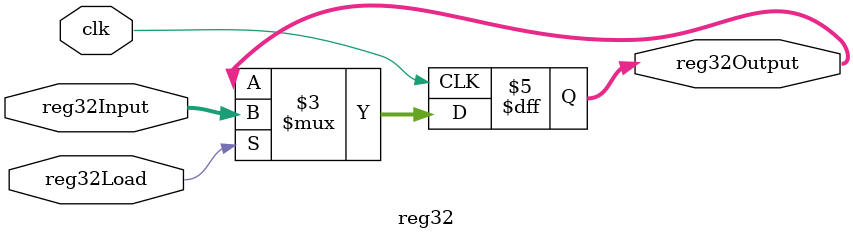
<source format=sv>
`timescale 1ns / 1ps


module reg32(
    input logic clk, reg32Load,
    input logic [31:0] reg32Input,
    output logic [31:0] reg32Output
    );
    
    
    always_ff @(posedge clk)
    begin
        if (reg32Load == 1'b1)      
            reg32Output <= reg32Input;
    end    
endmodule

</source>
